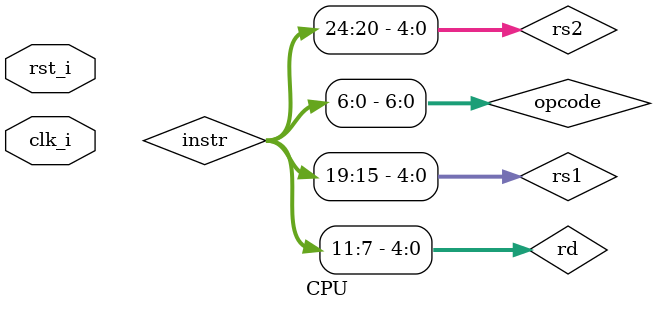
<source format=v>
module CPU(
    input clk_i,
    input rst_i
);

wire [31:0] pc_addr, instr;
wire [31:0] pc_next;   // 新增：下一個 PC
assign pc_next = pc_addr + 4;
wire [6:0]  opcode, funct7;
wire [2:0]  funct3;
wire [4:0]  rs1, rs2, rd;
wire [31:0] read_data1, read_data2;
wire [31:0] imm_extended;
wire [31:0] alu_input2;
wire [31:0] alu_result;
wire        zero;

wire        RegWrite, ALUSrc;
wire [1:0]  ALUOp;
wire [3:0]  ALUControl;

// PC 記憶體位置，每次 +4
PC PC(
    .clk_i(clk_i),
    .rst_i(rst_i),
    .pc_i(pc_next),
    .pc_o(pc_addr)
);

Instruction_Memory Instruction_Memory(
    .addr_i(pc_addr),
    .instr_o(instr)
);


// 解碼指令欄位
assign opcode = instr[6:0];
assign rd     = instr[11:7];
assign funct3 = instr[14:12];
assign rs1    = instr[19:15];
assign rs2    = instr[24:20];
assign funct7 = instr[31:25];

// 控制單元
Control Control(
    .Op_i(opcode),
    .ALUSrc_o(ALUSrc),
    .ALUOp_o(ALUOp),
    .RegWrite_o(RegWrite)
);

// 註冊檔案
Registers Registers(
    .clk_i(clk_i),
    .rst_i(rst_i),
    .RS1addr_i(rs1),
    .RS2addr_i(rs2),
    .RDaddr_i(rd),
    .RDdata_i(alu_result),
    .RegWrite_i(RegWrite),
    .RS1data_o(read_data1),
    .RS2data_o(read_data2)
);


// 立即數擴展
Sign_Extend SE(
    .data_i(instr),
    .data_o(imm_extended)
);

// 決定 ALU 的第二個輸入：register 或 immediate
MUX32 MUX_ALUSrc(
    .data0_i(read_data2),
    .data1_i(imm_extended),
    .select_i(ALUSrc),
    .data_o(alu_input2)
);

// ALU 控制器（根據 funct3, funct7, ALUOp）
ALU_Control ALU_Control(
    .ALUOp_i(ALUOp),
    .Funct3_i(funct3),
    .Funct7_i(funct7),
    .ALUCtrl_o(ALUControl)
);

// ALU 運算單元
ALU ALU(
    .data1_i(read_data1),
    .data2_i(alu_input2),
    .ALUCtrl_i(ALUControl),
    .data_o(alu_result),
    .Zero_o(zero)
);

endmodule

</source>
